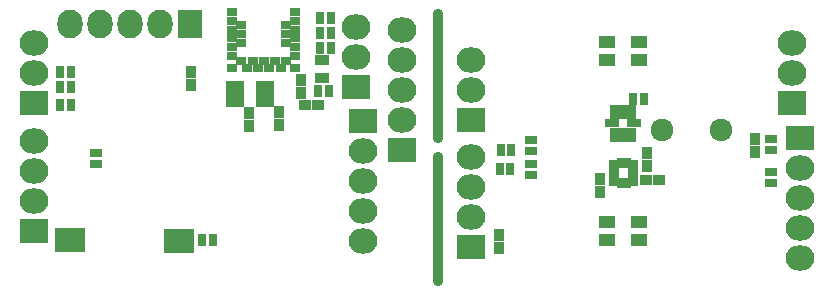
<source format=gbr>
G04 #@! TF.FileFunction,Soldermask,Top*
%FSLAX46Y46*%
G04 Gerber Fmt 4.6, Leading zero omitted, Abs format (unit mm)*
G04 Created by KiCad (PCBNEW 4.0.2+dfsg1-stable) date Fri 06 Oct 2017 12:43:40 PM EEST*
%MOMM*%
G01*
G04 APERTURE LIST*
%ADD10C,0.100000*%
%ADD11R,1.000000X0.800000*%
%ADD12R,0.900000X1.000000*%
%ADD13C,1.924000*%
%ADD14R,2.432000X2.127200*%
%ADD15O,2.432000X2.127200*%
%ADD16R,1.000000X0.900000*%
%ADD17R,1.300000X0.900000*%
%ADD18R,0.800000X1.000000*%
%ADD19R,0.680000X0.810000*%
%ADD20R,0.810000X0.680000*%
%ADD21R,2.127200X2.432000*%
%ADD22O,2.127200X2.432000*%
%ADD23R,2.580000X2.000000*%
%ADD24R,1.500000X2.300000*%
%ADD25R,1.400000X1.100000*%
%ADD26O,0.900000X11.400000*%
%ADD27R,0.700000X1.200000*%
%ADD28R,1.200000X0.700000*%
%ADD29R,0.950000X0.800000*%
G04 APERTURE END LIST*
D10*
D11*
X98806000Y-70173000D03*
X98806000Y-69273000D03*
D12*
X141541500Y-71417000D03*
X141541500Y-72517000D03*
D13*
X146725000Y-67310000D03*
X151725000Y-67310000D03*
D14*
X93599000Y-65024000D03*
D15*
X93599000Y-62484000D03*
X93599000Y-59944000D03*
D14*
X93599000Y-75819000D03*
D15*
X93599000Y-73279000D03*
X93599000Y-70739000D03*
X93599000Y-68199000D03*
D16*
X117644000Y-65151000D03*
X116544000Y-65151000D03*
D17*
X117983000Y-61353000D03*
X117983000Y-62853000D03*
D18*
X118560000Y-64008000D03*
X117660000Y-64008000D03*
D19*
X143760000Y-70114500D03*
X143260000Y-70114500D03*
X143760000Y-71744500D03*
X143260000Y-71744500D03*
D20*
X142695000Y-70179500D03*
X142695000Y-70679500D03*
X142695000Y-71179500D03*
X142695000Y-71679500D03*
X144325000Y-71679500D03*
X144325000Y-71179500D03*
X144325000Y-70679500D03*
X144325000Y-70179500D03*
D12*
X145478500Y-69236500D03*
X145478500Y-70336500D03*
X132969000Y-77258000D03*
X132969000Y-76158000D03*
D16*
X145373000Y-71564500D03*
X146473000Y-71564500D03*
D12*
X111760000Y-65871000D03*
X111760000Y-66971000D03*
X114300000Y-65744000D03*
X114300000Y-66844000D03*
X116205000Y-63077000D03*
X116205000Y-64177000D03*
X154622500Y-69130000D03*
X154622500Y-68030000D03*
X106870500Y-62378500D03*
X106870500Y-63478500D03*
D21*
X106807000Y-58293000D03*
D22*
X104267000Y-58293000D03*
X101727000Y-58293000D03*
X99187000Y-58293000D03*
X96647000Y-58293000D03*
D14*
X124714000Y-68961000D03*
D15*
X124714000Y-66421000D03*
X124714000Y-63881000D03*
X124714000Y-61341000D03*
X124714000Y-58801000D03*
D11*
X135699500Y-71062000D03*
X135699500Y-70162000D03*
X135699500Y-68130000D03*
X135699500Y-69030000D03*
D18*
X107812000Y-76581000D03*
X108712000Y-76581000D03*
D11*
X156019500Y-71760500D03*
X156019500Y-70860500D03*
D18*
X144330000Y-64643000D03*
X145230000Y-64643000D03*
D11*
X156019500Y-68066500D03*
X156019500Y-68966500D03*
D18*
X117787000Y-60325000D03*
X118687000Y-60325000D03*
X117787000Y-59055000D03*
X118687000Y-59055000D03*
X117787000Y-57785000D03*
X118687000Y-57785000D03*
X96716000Y-65151000D03*
X95816000Y-65151000D03*
X96716000Y-63690500D03*
X95816000Y-63690500D03*
X96716000Y-62357000D03*
X95816000Y-62357000D03*
D23*
X105892600Y-76669900D03*
X96647000Y-76644500D03*
D24*
X113137000Y-64262000D03*
X110637000Y-64262000D03*
D14*
X120840500Y-63627000D03*
D15*
X120840500Y-61087000D03*
X120840500Y-58547000D03*
D14*
X157797500Y-65024000D03*
D15*
X157797500Y-62484000D03*
X157797500Y-59944000D03*
D14*
X130556000Y-66421000D03*
D15*
X130556000Y-63881000D03*
X130556000Y-61341000D03*
D14*
X130556000Y-77216000D03*
D15*
X130556000Y-74676000D03*
X130556000Y-72136000D03*
X130556000Y-69596000D03*
D25*
X142116500Y-59829000D03*
X144776500Y-59829000D03*
X144776500Y-61329000D03*
X142116500Y-61329000D03*
X142116500Y-75069000D03*
X144776500Y-75069000D03*
X144776500Y-76569000D03*
X142116500Y-76569000D03*
D14*
X121475500Y-66548000D03*
D15*
X121475500Y-69088000D03*
X121475500Y-71628000D03*
X121475500Y-74168000D03*
X121475500Y-76708000D03*
D14*
X158432500Y-67945000D03*
D15*
X158432500Y-70485000D03*
X158432500Y-73025000D03*
X158432500Y-75565000D03*
X158432500Y-78105000D03*
D18*
X133090500Y-69024500D03*
X133990500Y-69024500D03*
X133021500Y-70612000D03*
X133921500Y-70612000D03*
D26*
X127762000Y-62738000D03*
X127762000Y-74803000D03*
D27*
X142700500Y-65791000D03*
X143200500Y-65791000D03*
X143700500Y-65791000D03*
X144200500Y-65791000D03*
X144200500Y-67691000D03*
X143700500Y-67691000D03*
X143200500Y-67691000D03*
X142700500Y-67691000D03*
D28*
X144400500Y-66741000D03*
X142500500Y-66741000D03*
D29*
X115710000Y-57295000D03*
X115710000Y-58045000D03*
X114935000Y-58420000D03*
X115710000Y-58795000D03*
X114935000Y-59170000D03*
X115710000Y-59545000D03*
X114935000Y-59920000D03*
X115710000Y-60295000D03*
X115710000Y-61045000D03*
X115710000Y-62045000D03*
X114935000Y-61460000D03*
X114460000Y-62045000D03*
X113985000Y-61460000D03*
X113510000Y-62045000D03*
X113035000Y-61460000D03*
X112560000Y-62045000D03*
X112085000Y-61460000D03*
X111610000Y-62045000D03*
X111135000Y-61460000D03*
X110360000Y-62045000D03*
X110360000Y-61045000D03*
X110360000Y-60295000D03*
X110360000Y-59545000D03*
X111135000Y-59920000D03*
X111135000Y-59170000D03*
X111135000Y-58420000D03*
X110360000Y-58795000D03*
X110360000Y-58045000D03*
X110360000Y-57295000D03*
M02*

</source>
